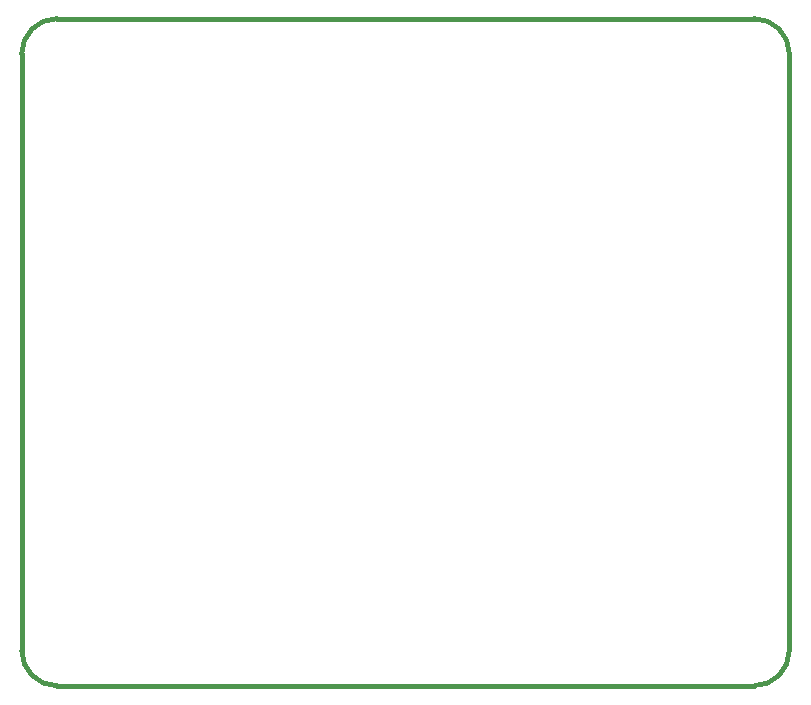
<source format=gko>
%FSLAX44Y44*%
%MOMM*%
G71*
G01*
G75*
G04 Layer_Color=16711935*
%ADD10R,0.9000X0.7000*%
%ADD11R,0.6500X1.1000*%
%ADD12O,0.6000X2.2000*%
%ADD13R,0.8000X0.9000*%
%ADD14R,0.7000X0.9000*%
%ADD15O,0.6000X1.9000*%
%ADD16R,0.6000X1.1500*%
%ADD17R,1.1500X0.6000*%
%ADD18R,0.9000X0.8000*%
G04:AMPARAMS|DCode=19|XSize=1.9mm|YSize=3.2mm|CornerRadius=0mm|HoleSize=0mm|Usage=FLASHONLY|Rotation=90.000|XOffset=0mm|YOffset=0mm|HoleType=Round|Shape=Octagon|*
%AMOCTAGOND19*
4,1,8,-1.6000,-0.4750,-1.6000,0.4750,-1.1250,0.9500,1.1250,0.9500,1.6000,0.4750,1.6000,-0.4750,1.1250,-0.9500,-1.1250,-0.9500,-1.6000,-0.4750,0.0*
%
%ADD19OCTAGOND19*%

%ADD20R,1.4000X0.6000*%
%ADD21R,1.8000X0.6000*%
%ADD22R,1.2000X1.4000*%
%ADD23C,0.5000*%
%ADD24C,0.2500*%
%ADD25C,1.5000*%
%ADD26R,1.5000X1.5000*%
%ADD27O,4.0000X5.0000*%
%ADD28O,4.5000X5.5000*%
%ADD29C,1.7000*%
%ADD30R,1.7000X1.7000*%
%ADD31C,6.2000*%
%ADD32C,1.2000*%
%ADD33C,0.2000*%
%ADD34C,0.3000*%
%ADD35R,1.1000X0.9000*%
%ADD36R,0.8500X1.3000*%
%ADD37O,0.8000X2.4000*%
%ADD38R,1.0000X1.1000*%
%ADD39R,0.9000X1.1000*%
%ADD40O,0.8000X2.1000*%
%ADD41R,0.8000X1.3500*%
%ADD42R,1.3500X0.8000*%
%ADD43R,1.1000X1.0000*%
G04:AMPARAMS|DCode=44|XSize=2.1mm|YSize=3.4mm|CornerRadius=0mm|HoleSize=0mm|Usage=FLASHONLY|Rotation=90.000|XOffset=0mm|YOffset=0mm|HoleType=Round|Shape=Octagon|*
%AMOCTAGOND44*
4,1,8,-1.7000,-0.5250,-1.7000,0.5250,-1.1750,1.0500,1.1750,1.0500,1.7000,0.5250,1.7000,-0.5250,1.1750,-1.0500,-1.1750,-1.0500,-1.7000,-0.5250,0.0*
%
%ADD44OCTAGOND44*%

%ADD45R,1.6000X0.8000*%
%ADD46R,2.0000X0.8000*%
%ADD47R,1.4000X1.6000*%
%ADD48R,1.7000X1.7000*%
%ADD49O,4.2000X5.2000*%
%ADD50O,4.7000X5.7000*%
%ADD51C,1.9000*%
%ADD52R,1.9000X1.9000*%
%ADD53C,6.4000*%
%ADD54C,1.4000*%
%ADD55C,0.4000*%
D55*
X380000Y800000D02*
G03*
X350000Y770000I0J-30000D01*
G01*
X1000000D02*
G03*
X970000Y800000I-30000J0D01*
G01*
Y235000D02*
G03*
X1000000Y265000I0J30000D01*
G01*
X350000D02*
G03*
X380000Y235000I30000J0D01*
G01*
X350000Y293000D02*
Y770000D01*
X380000Y800000D02*
X970000D01*
X1000000Y265000D02*
Y770000D01*
X380000Y235000D02*
X970000D01*
X350000Y265000D02*
Y293000D01*
M02*

</source>
